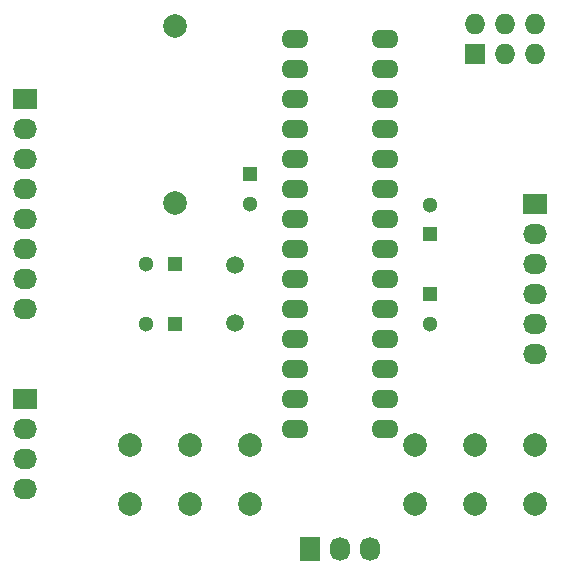
<source format=gbs>
G04 #@! TF.FileFunction,Soldermask,Bot*
%FSLAX46Y46*%
G04 Gerber Fmt 4.6, Leading zero omitted, Abs format (unit mm)*
G04 Created by KiCad (PCBNEW (2015-10-31 BZR 6288)-product) date Tuesday, December 15, 2015 'PMt' 06:06:37 PM*
%MOMM*%
G01*
G04 APERTURE LIST*
%ADD10C,0.100000*%
%ADD11R,1.300000X1.300000*%
%ADD12C,1.300000*%
%ADD13R,1.727200X2.032000*%
%ADD14O,1.727200X2.032000*%
%ADD15R,2.032000X1.727200*%
%ADD16O,2.032000X1.727200*%
%ADD17C,1.998980*%
%ADD18C,1.501140*%
%ADD19O,2.300000X1.600000*%
%ADD20R,1.727200X1.727200*%
%ADD21O,1.727200X1.727200*%
G04 APERTURE END LIST*
D10*
D11*
X160020000Y-106680000D03*
D12*
X160020000Y-109180000D03*
D11*
X175260000Y-116840000D03*
D12*
X175260000Y-119340000D03*
D11*
X175260000Y-111760000D03*
D12*
X175260000Y-109260000D03*
D11*
X153670000Y-119380000D03*
D12*
X151170000Y-119380000D03*
D11*
X153670000Y-114300000D03*
D12*
X151170000Y-114300000D03*
D13*
X165100000Y-138430000D03*
D14*
X167640000Y-138430000D03*
X170180000Y-138430000D03*
D15*
X140970000Y-125730000D03*
D16*
X140970000Y-128270000D03*
X140970000Y-130810000D03*
X140970000Y-133350000D03*
D15*
X140970000Y-100330000D03*
D16*
X140970000Y-102870000D03*
X140970000Y-105410000D03*
X140970000Y-107950000D03*
X140970000Y-110490000D03*
X140970000Y-113030000D03*
X140970000Y-115570000D03*
X140970000Y-118110000D03*
D15*
X184150000Y-109220000D03*
D16*
X184150000Y-111760000D03*
X184150000Y-114300000D03*
X184150000Y-116840000D03*
X184150000Y-119380000D03*
X184150000Y-121920000D03*
D17*
X153670000Y-94100000D03*
X153670000Y-109100000D03*
D18*
X158750000Y-114399060D03*
X158750000Y-119280940D03*
D19*
X163830000Y-95250000D03*
X163830000Y-97790000D03*
X163830000Y-100330000D03*
X163830000Y-102870000D03*
X163830000Y-105410000D03*
X163830000Y-107950000D03*
X163830000Y-110490000D03*
X163830000Y-113030000D03*
X163830000Y-115570000D03*
X163830000Y-118110000D03*
X163830000Y-120650000D03*
X163830000Y-123190000D03*
X163830000Y-125730000D03*
X163830000Y-128270000D03*
X171450000Y-128270000D03*
X171450000Y-125730000D03*
X171450000Y-123190000D03*
X171450000Y-120650000D03*
X171450000Y-118110000D03*
X171450000Y-115570000D03*
X171450000Y-113030000D03*
X171450000Y-110490000D03*
X171450000Y-107950000D03*
X171450000Y-105410000D03*
X171450000Y-102870000D03*
X171450000Y-100330000D03*
X171450000Y-97790000D03*
X171450000Y-95250000D03*
D17*
X184150000Y-134579360D03*
X184150000Y-129578100D03*
X179070000Y-134579360D03*
X179070000Y-129578100D03*
X173990000Y-134579360D03*
X173990000Y-129578100D03*
X160020000Y-134579360D03*
X160020000Y-129578100D03*
X154940000Y-134579360D03*
X154940000Y-129578100D03*
X149860000Y-134579360D03*
X149860000Y-129578100D03*
D20*
X179070000Y-96520000D03*
D21*
X179070000Y-93980000D03*
X181610000Y-96520000D03*
X181610000Y-93980000D03*
X184150000Y-96520000D03*
X184150000Y-93980000D03*
M02*

</source>
